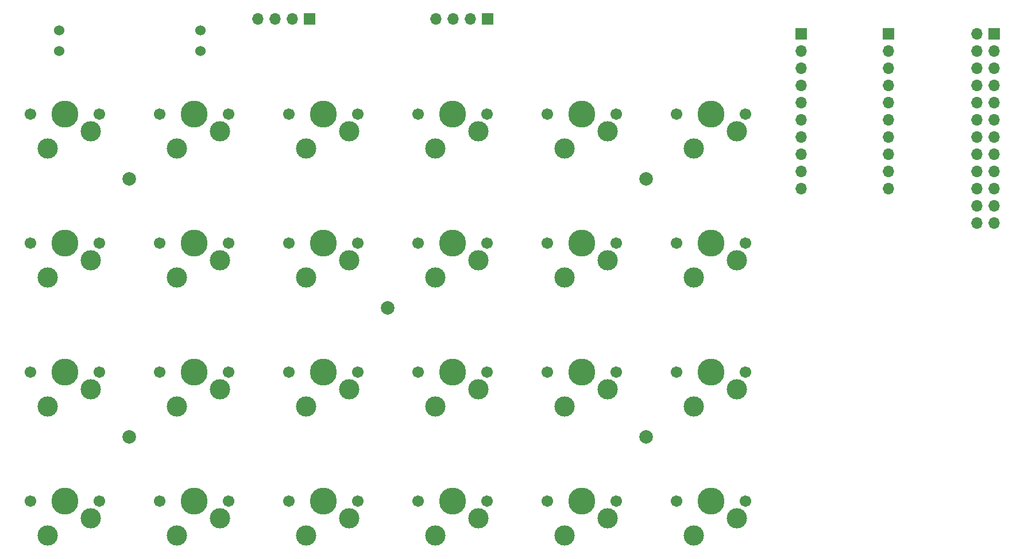
<source format=gbr>
%TF.GenerationSoftware,KiCad,Pcbnew,7.0.1*%
%TF.CreationDate,2023-05-06T18:31:28+10:00*%
%TF.ProjectId,switch_grid_test,73776974-6368-45f6-9772-69645f746573,rev?*%
%TF.SameCoordinates,Original*%
%TF.FileFunction,Soldermask,Top*%
%TF.FilePolarity,Negative*%
%FSLAX46Y46*%
G04 Gerber Fmt 4.6, Leading zero omitted, Abs format (unit mm)*
G04 Created by KiCad (PCBNEW 7.0.1) date 2023-05-06 18:31:28*
%MOMM*%
%LPD*%
G01*
G04 APERTURE LIST*
%ADD10R,1.700000X1.700000*%
%ADD11O,1.700000X1.700000*%
%ADD12C,1.701800*%
%ADD13C,3.000000*%
%ADD14C,3.987800*%
%ADD15C,2.000000*%
%ADD16C,1.524000*%
G04 APERTURE END LIST*
D10*
%TO.C,PRG1*%
X109675000Y-88825000D03*
D11*
X107135000Y-88825000D03*
X104595000Y-88825000D03*
X102055000Y-88825000D03*
%TD*%
D12*
%TO.C,SW6*%
X147680000Y-102900000D03*
D13*
X146410000Y-105440000D03*
D14*
X142600000Y-102900000D03*
D13*
X140060000Y-107980000D03*
D12*
X137520000Y-102900000D03*
%TD*%
%TO.C,SW9*%
X90530000Y-121950000D03*
D13*
X89260000Y-124490000D03*
D14*
X85450000Y-121950000D03*
D13*
X82910000Y-127030000D03*
D12*
X80370000Y-121950000D03*
%TD*%
%TO.C,SW20*%
X71480000Y-160050000D03*
D13*
X70210000Y-162590000D03*
D14*
X66400000Y-160050000D03*
D13*
X63860000Y-165130000D03*
D12*
X61320000Y-160050000D03*
%TD*%
D15*
%TO.C,H1*%
X56875000Y-112425000D03*
%TD*%
D12*
%TO.C,SW19*%
X52430000Y-160050000D03*
D13*
X51160000Y-162590000D03*
D14*
X47350000Y-160050000D03*
D13*
X44810000Y-165130000D03*
D12*
X42270000Y-160050000D03*
%TD*%
D15*
%TO.C,H5*%
X94975000Y-131475000D03*
%TD*%
D12*
%TO.C,SW5*%
X128630000Y-102900000D03*
D13*
X127360000Y-105440000D03*
D14*
X123550000Y-102900000D03*
D13*
X121010000Y-107980000D03*
D12*
X118470000Y-102900000D03*
%TD*%
%TO.C,SW12*%
X147680000Y-121950000D03*
D13*
X146410000Y-124490000D03*
D14*
X142600000Y-121950000D03*
D13*
X140060000Y-127030000D03*
D12*
X137520000Y-121950000D03*
%TD*%
D15*
%TO.C,H3*%
X56875000Y-150525000D03*
%TD*%
D12*
%TO.C,SW2*%
X71480000Y-102900000D03*
D13*
X70210000Y-105440000D03*
D14*
X66400000Y-102900000D03*
D13*
X63860000Y-107980000D03*
D12*
X61320000Y-102900000D03*
%TD*%
D15*
%TO.C,H2*%
X133075000Y-112425000D03*
%TD*%
D12*
%TO.C,SW4*%
X109580000Y-102900000D03*
D13*
X108310000Y-105440000D03*
D14*
X104500000Y-102900000D03*
D13*
X101960000Y-107980000D03*
D12*
X99420000Y-102900000D03*
%TD*%
%TO.C,SW7*%
X52430000Y-121950000D03*
D13*
X51160000Y-124490000D03*
D14*
X47350000Y-121950000D03*
D13*
X44810000Y-127030000D03*
D12*
X42270000Y-121950000D03*
%TD*%
D10*
%TO.C,J1*%
X155975000Y-91075000D03*
D11*
X155975000Y-93615000D03*
X155975000Y-96155000D03*
X155975000Y-98695000D03*
X155975000Y-101235000D03*
X155975000Y-103775000D03*
X155975000Y-106315000D03*
X155975000Y-108855000D03*
X155975000Y-111395000D03*
X155975000Y-113935000D03*
%TD*%
D10*
%TO.C,CHG1*%
X83425000Y-88825000D03*
D11*
X80885000Y-88825000D03*
X78345000Y-88825000D03*
X75805000Y-88825000D03*
%TD*%
D12*
%TO.C,SW22*%
X109580000Y-160050000D03*
D13*
X108310000Y-162590000D03*
D14*
X104500000Y-160050000D03*
D13*
X101960000Y-165130000D03*
D12*
X99420000Y-160050000D03*
%TD*%
D10*
%TO.C,J2*%
X168825000Y-91075000D03*
D11*
X168825000Y-93615000D03*
X168825000Y-96155000D03*
X168825000Y-98695000D03*
X168825000Y-101235000D03*
X168825000Y-103775000D03*
X168825000Y-106315000D03*
X168825000Y-108855000D03*
X168825000Y-111395000D03*
X168825000Y-113935000D03*
%TD*%
D12*
%TO.C,SW21*%
X90530000Y-160050000D03*
D13*
X89260000Y-162590000D03*
D14*
X85450000Y-160050000D03*
D13*
X82910000Y-165130000D03*
D12*
X80370000Y-160050000D03*
%TD*%
%TO.C,SW18*%
X147680000Y-141000000D03*
D13*
X146410000Y-143540000D03*
D14*
X142600000Y-141000000D03*
D13*
X140060000Y-146080000D03*
D12*
X137520000Y-141000000D03*
%TD*%
%TO.C,SW13*%
X52430000Y-141000000D03*
D13*
X51160000Y-143540000D03*
D14*
X47350000Y-141000000D03*
D13*
X44810000Y-146080000D03*
D12*
X42270000Y-141000000D03*
%TD*%
%TO.C,SW23*%
X128630000Y-160050000D03*
D13*
X127360000Y-162590000D03*
D14*
X123550000Y-160050000D03*
D13*
X121010000Y-165130000D03*
D12*
X118470000Y-160050000D03*
%TD*%
%TO.C,SW24*%
X147680000Y-160050000D03*
D13*
X146410000Y-162590000D03*
D14*
X142600000Y-160050000D03*
D13*
X140060000Y-165130000D03*
D12*
X137520000Y-160050000D03*
%TD*%
%TO.C,SW14*%
X71480000Y-141000000D03*
D13*
X70210000Y-143540000D03*
D14*
X66400000Y-141000000D03*
D13*
X63860000Y-146080000D03*
D12*
X61320000Y-141000000D03*
%TD*%
%TO.C,SW16*%
X109580000Y-141000000D03*
D13*
X108310000Y-143540000D03*
D14*
X104500000Y-141000000D03*
D13*
X101960000Y-146080000D03*
D12*
X99420000Y-141000000D03*
%TD*%
%TO.C,SW10*%
X109580000Y-121950000D03*
D13*
X108310000Y-124490000D03*
D14*
X104500000Y-121950000D03*
D13*
X101960000Y-127030000D03*
D12*
X99420000Y-121950000D03*
%TD*%
%TO.C,SW1*%
X52430000Y-102900000D03*
D13*
X51160000Y-105440000D03*
D14*
X47350000Y-102900000D03*
D13*
X44810000Y-107980000D03*
D12*
X42270000Y-102900000D03*
%TD*%
%TO.C,SW15*%
X90530000Y-141000000D03*
D13*
X89260000Y-143540000D03*
D14*
X85450000Y-141000000D03*
D13*
X82910000Y-146080000D03*
D12*
X80370000Y-141000000D03*
%TD*%
D15*
%TO.C,H4*%
X133075000Y-150525000D03*
%TD*%
D12*
%TO.C,SW8*%
X71480000Y-121950000D03*
D13*
X70210000Y-124490000D03*
D14*
X66400000Y-121950000D03*
D13*
X63860000Y-127030000D03*
D12*
X61320000Y-121950000D03*
%TD*%
D10*
%TO.C,J3*%
X184365000Y-91075000D03*
D11*
X181825000Y-91075000D03*
X184365000Y-93615000D03*
X181825000Y-93615000D03*
X184365000Y-96155000D03*
X181825000Y-96155000D03*
X184365000Y-98695000D03*
X181825000Y-98695000D03*
X184365000Y-101235000D03*
X181825000Y-101235000D03*
X184365000Y-103775000D03*
X181825000Y-103775000D03*
X184365000Y-106315000D03*
X181825000Y-106315000D03*
X184365000Y-108855000D03*
X181825000Y-108855000D03*
X184365000Y-111395000D03*
X181825000Y-111395000D03*
X184365000Y-113935000D03*
X181825000Y-113935000D03*
X184365000Y-116475000D03*
X181825000Y-116475000D03*
X184365000Y-119015000D03*
X181825000Y-119015000D03*
%TD*%
D12*
%TO.C,SW3*%
X90530000Y-102900000D03*
D13*
X89260000Y-105440000D03*
D14*
X85450000Y-102900000D03*
D13*
X82910000Y-107980000D03*
D12*
X80370000Y-102900000D03*
%TD*%
%TO.C,SW17*%
X128630000Y-141000000D03*
D13*
X127360000Y-143540000D03*
D14*
X123550000Y-141000000D03*
D13*
X121010000Y-146080000D03*
D12*
X118470000Y-141000000D03*
%TD*%
%TO.C,SW11*%
X128630000Y-121950000D03*
D13*
X127360000Y-124490000D03*
D14*
X123550000Y-121950000D03*
D13*
X121010000Y-127030000D03*
D12*
X118470000Y-121950000D03*
%TD*%
D16*
%TO.C,BT1*%
X46512000Y-90500000D03*
X46512000Y-93600000D03*
X67362000Y-90500000D03*
X67362000Y-93600000D03*
%TD*%
M02*

</source>
